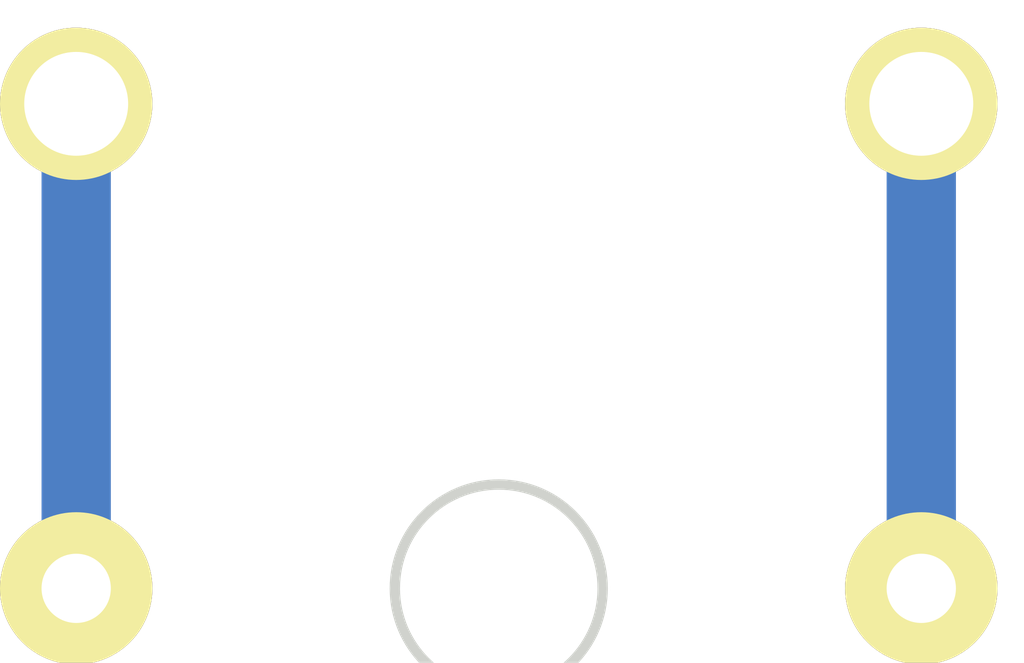
<source format=kicad_pcb>
(kicad_pcb (version 4) (host pcbnew 4.0.1-stable)

  (general
    (links 0)
    (no_connects 0)
    (area 199.924999 133.971 231.171002 158.575001)
    (thickness 1.6)
    (drawings 17)
    (tracks 2)
    (zones 0)
    (modules 4)
    (nets 1)
  )

  (page A3)
  (layers
    (0 F.Cu signal)
    (31 B.Cu signal hide)
    (32 B.Adhes user hide)
    (33 F.Adhes user hide)
    (34 B.Paste user hide)
    (35 F.Paste user hide)
    (36 B.SilkS user hide)
    (37 F.SilkS user hide)
    (38 B.Mask user hide)
    (39 F.Mask user hide)
    (40 Dwgs.User user hide)
    (41 Cmts.User user hide)
    (42 Eco1.User user hide)
    (43 Eco2.User user hide)
    (44 Edge.Cuts user hide)
  )

  (setup
    (last_trace_width 0.254)
    (user_trace_width 1)
    (user_trace_width 2.5)
    (trace_clearance 0.254)
    (zone_clearance 0.508)
    (zone_45_only no)
    (trace_min 0.254)
    (segment_width 0.2)
    (edge_width 0.15)
    (via_size 0.889)
    (via_drill 0.635)
    (via_min_size 0.889)
    (via_min_drill 0.508)
    (uvia_size 0.508)
    (uvia_drill 0.127)
    (uvias_allowed no)
    (uvia_min_size 0.508)
    (uvia_min_drill 0.127)
    (pcb_text_width 0.3)
    (pcb_text_size 1.5 1.5)
    (mod_edge_width 0.15)
    (mod_text_size 1.5 1.5)
    (mod_text_width 0.15)
    (pad_size 2.2 2.2)
    (pad_drill 1)
    (pad_to_mask_clearance 0.2)
    (aux_axis_origin 0 0)
    (visible_elements 7FFFFFFF)
    (pcbplotparams
      (layerselection 0x010f0_80000001)
      (usegerberextensions true)
      (excludeedgelayer true)
      (linewidth 0.100000)
      (plotframeref false)
      (viasonmask false)
      (mode 1)
      (useauxorigin true)
      (hpglpennumber 1)
      (hpglpenspeed 20)
      (hpglpendiameter 15)
      (hpglpenoverlay 2)
      (psnegative false)
      (psa4output false)
      (plotreference false)
      (plotvalue false)
      (plotinvisibletext false)
      (padsonsilk false)
      (subtractmaskfromsilk false)
      (outputformat 1)
      (mirror false)
      (drillshape 0)
      (scaleselection 1)
      (outputdirectory 151221BatteryBoard_v1_03/))
  )

  (net 0 "")

  (net_class Default "これは標準のネット クラスです。"
    (clearance 0.254)
    (trace_width 0.254)
    (via_dia 0.889)
    (via_drill 0.635)
    (uvia_dia 0.508)
    (uvia_drill 0.127)
  )

  (module Pin_Headers:Pin_Header_Straight_1x01 (layer F.Cu) (tedit 5678508D) (tstamp 56785073)
    (at 217.35 147.25)
    (descr "Through hole pin header")
    (tags "pin header")
    (fp_text reference "" (at 0 -5.1) (layer F.SilkS)
      (effects (font (size 1 1) (thickness 0.15)))
    )
    (fp_text value "" (at 1.75 -3.3) (layer F.Fab)
      (effects (font (size 1 1) (thickness 0.15)))
    )
    (pad 1 thru_hole circle (at -1.25 1.25) (size 2.2 2.2) (drill 1) (layers *.Cu *.Mask F.SilkS))
    (model Pin_Headers.3dshapes/Pin_Header_Straight_1x01.wrl
      (at (xyz 0 0 0))
      (scale (xyz 1 1 1))
      (rotate (xyz 0 0 90))
    )
  )

  (module Pin_Headers:Pin_Header_Straight_1x01 (layer F.Cu) (tedit 56785086) (tstamp 56785066)
    (at 205.15 147.25)
    (descr "Through hole pin header")
    (tags "pin header")
    (fp_text reference "" (at 0 -5.1) (layer F.SilkS)
      (effects (font (size 1 1) (thickness 0.15)))
    )
    (fp_text value "" (at 1.75 -3.3) (layer F.Fab)
      (effects (font (size 1 1) (thickness 0.15)))
    )
    (pad 1 thru_hole circle (at -1.25 1.25) (size 2.2 2.2) (drill 1) (layers *.Cu *.Mask F.SilkS))
    (model Pin_Headers.3dshapes/Pin_Header_Straight_1x01.wrl
      (at (xyz 0 0 0))
      (scale (xyz 1 1 1))
      (rotate (xyz 0 0 90))
    )
  )

  (module Pin_Headers:Pin_Header_Straight_1x01 (layer F.Cu) (tedit 56785486) (tstamp 56785051)
    (at 217.35 140.25)
    (descr "Through hole pin header")
    (tags "pin header")
    (fp_text reference "" (at 0 -5.1) (layer F.SilkS)
      (effects (font (size 1 1) (thickness 0.15)))
    )
    (fp_text value "" (at 1.75 -3.3) (layer F.Fab)
      (effects (font (size 1 1) (thickness 0.15)))
    )
    (pad 1 thru_hole circle (at -1.25 1.25) (size 2.2 2.2) (drill 1.5) (layers *.Cu *.Mask F.SilkS))
    (model Pin_Headers.3dshapes/Pin_Header_Straight_1x01.wrl
      (at (xyz 0 0 0))
      (scale (xyz 1 1 1))
      (rotate (xyz 0 0 90))
    )
  )

  (module Pin_Headers:Pin_Header_Straight_1x01 (layer F.Cu) (tedit 56785455) (tstamp 56784F9F)
    (at 205.15 140.25)
    (descr "Through hole pin header")
    (tags "pin header")
    (fp_text reference "" (at 0 -5.1) (layer F.SilkS)
      (effects (font (size 1 1) (thickness 0.15)))
    )
    (fp_text value "" (at 1.75 -3.3) (layer F.Fab)
      (effects (font (size 1 1) (thickness 0.15)))
    )
    (pad 1 thru_hole circle (at -1.25 1.25) (size 2.2 2.2) (drill 1.5) (layers *.Cu *.Mask F.SilkS))
    (model Pin_Headers.3dshapes/Pin_Header_Straight_1x01.wrl
      (at (xyz 0 0 0))
      (scale (xyz 1 1 1))
      (rotate (xyz 0 0 90))
    )
  )

  (gr_text exiii (at 215.7 155.8) (layer F.Mask)
    (effects (font (size 1.5 1.5) (thickness 0.3)))
  )
  (gr_text - (at 216.1 151.4) (layer F.Mask)
    (effects (font (size 1.5 1.5) (thickness 0.3)))
  )
  (gr_text + (at 203.9 151.4) (layer F.Mask)
    (effects (font (size 1.5 1.5) (thickness 0.3)))
  )
  (gr_circle (center 209.9945 148.5011) (end 210.9945 148.5011) (layer Eco2.User) (width 0.1))
  (gr_circle (center 203.8945 148.5011) (end 204.3945 148.5011) (layer Eco2.User) (width 0.1))
  (gr_circle (center 216.0945 148.5011) (end 216.5945 148.5011) (layer Eco2.User) (width 0.1))
  (gr_circle (center 203.8945 141.5011) (end 204.6445 141.5011) (layer Eco2.User) (width 0.1))
  (gr_circle (center 216.0945 141.5011) (end 216.8445 141.5011) (layer Eco2.User) (width 0.1))
  (gr_line (start 199.9945 138.5011) (end 199.9945 158.5011) (layer Eco2.User) (width 0.1))
  (gr_line (start 219.9945 138.5011) (end 199.9945 138.5011) (layer Eco2.User) (width 0.1))
  (gr_line (start 219.9945 158.5011) (end 219.9945 138.5011) (layer Eco2.User) (width 0.1))
  (gr_line (start 199.9945 158.5011) (end 219.9945 158.5011) (layer Eco2.User) (width 0.1))
  (gr_circle (center 210 148.5) (end 210 147) (layer Edge.Cuts) (width 0.15))
  (gr_line (start 220 138.5) (end 200 138.5) (angle 90) (layer Edge.Cuts) (width 0.15))
  (gr_line (start 220 158.5) (end 220 138.5) (angle 90) (layer Edge.Cuts) (width 0.15))
  (gr_line (start 200 158.5) (end 220 158.5) (angle 90) (layer Edge.Cuts) (width 0.15))
  (gr_line (start 200 138.5) (end 200 158.5) (angle 90) (layer Edge.Cuts) (width 0.15))

  (segment (start 216.1 141.5) (end 216.1 148.5) (width 1) (layer B.Cu) (net 0))
  (segment (start 203.9 141.5) (end 203.9 148.5) (width 1) (layer B.Cu) (net 0))

)

</source>
